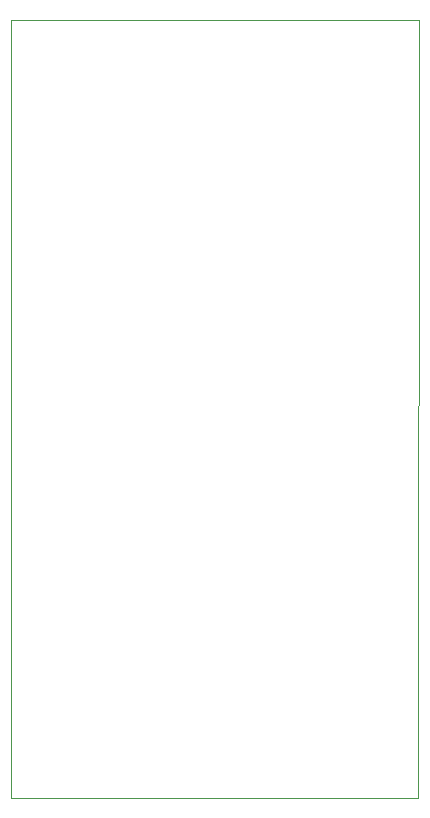
<source format=gm1>
%TF.GenerationSoftware,KiCad,Pcbnew,(6.0.9)*%
%TF.CreationDate,2022-11-23T00:56:20+01:00*%
%TF.ProjectId,Testapparaat_io,54657374-6170-4706-9172-6161745f696f,rev?*%
%TF.SameCoordinates,Original*%
%TF.FileFunction,Profile,NP*%
%FSLAX46Y46*%
G04 Gerber Fmt 4.6, Leading zero omitted, Abs format (unit mm)*
G04 Created by KiCad (PCBNEW (6.0.9)) date 2022-11-23 00:56:20*
%MOMM*%
%LPD*%
G01*
G04 APERTURE LIST*
%TA.AperFunction,Profile*%
%ADD10C,0.100000*%
%TD*%
G04 APERTURE END LIST*
D10*
X155500000Y-30700000D02*
X121000000Y-30700000D01*
X121000000Y-63500000D02*
X120950000Y-96550000D01*
X120950000Y-96550000D02*
X155450000Y-96550000D01*
X155450000Y-96550000D02*
X155500000Y-30700000D01*
X121000000Y-30700000D02*
X121000000Y-63500000D01*
M02*

</source>
